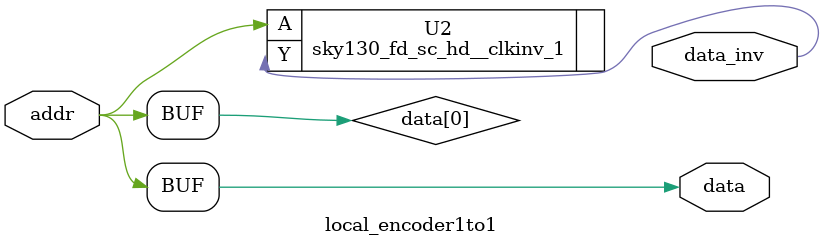
<source format=v>



module local_encoder1to1 ( addr, data, data_inv );
  input [0:0] addr;
  output [0:0] data;
  output [0:0] data_inv;
  wire   \data[0] ;
  assign data[0] = \data[0] ;
  assign \data[0]  = addr[0];

  sky130_fd_sc_hd__clkinv_1 U2 ( .A(\data[0] ), .Y(data_inv[0]) );
endmodule


</source>
